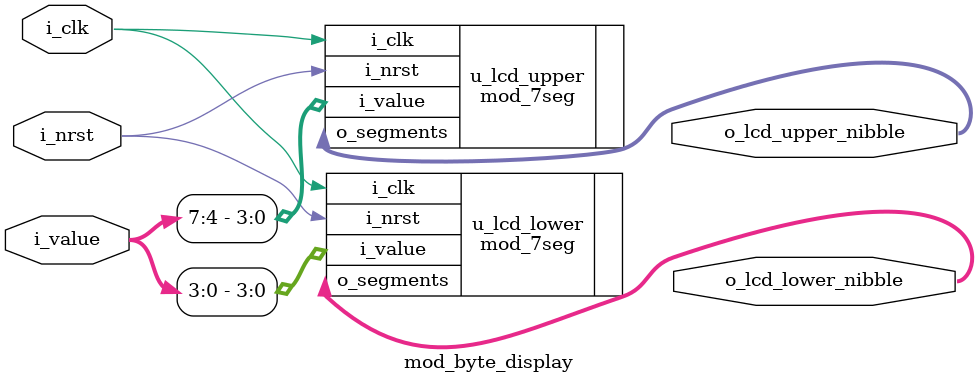
<source format=sv>
module mod_byte_display
  ( output logic [0:6] o_lcd_upper_nibble
  , output logic [0:6] o_lcd_lower_nibble
  , input logic [7:0] i_value
  , input logic i_clk
  , input logic i_nrst
  );

  mod_7seg u_lcd_upper
    ( .o_segments(o_lcd_upper_nibble)
    , .i_value(i_value[7:4])
    , .i_clk(i_clk)
    , .i_nrst(i_nrst)
    );

  mod_7seg u_lcd_lower
    ( .o_segments(o_lcd_lower_nibble)
    , .i_value(i_value[3:0])
    , .i_clk(i_clk)
    , .i_nrst(i_nrst)
    );
endmodule
</source>
